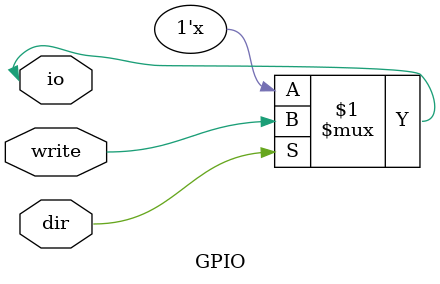
<source format=v>
`timescale 1ns / 1ps


module GPIO(
    input dir,
    input write,
    inout io
    ); 
       
    assign io = (dir) ? write : 1'bz;
    
endmodule

</source>
